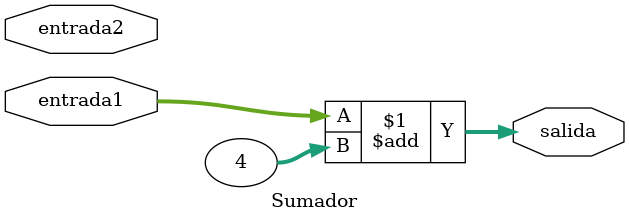
<source format=v>
module Sumador ( input [31:0] entrada1, input [31:0] entrada2, output reg [31:0] salida ); 
    assign salida = entrada1 + 4;
endmodule
</source>
